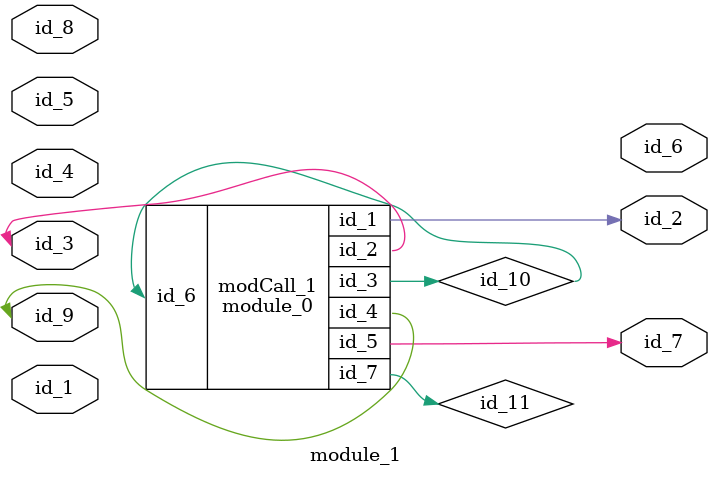
<source format=v>
module module_0 (
    id_1,
    id_2,
    id_3,
    id_4,
    id_5,
    id_6,
    id_7
);
  inout wire id_7;
  input wire id_6;
  output wire id_5;
  output wire id_4;
  output wire id_3;
  inout wire id_2;
  output wire id_1;
  assign id_5 = 1;
endmodule
module module_1 (
    id_1,
    id_2,
    id_3,
    id_4,
    id_5,
    id_6,
    id_7,
    id_8,
    id_9
);
  inout wire id_9;
  input wire id_8;
  output wire id_7;
  output wire id_6;
  inout wire id_5;
  inout wire id_4;
  inout wire id_3;
  output wire id_2;
  inout wire id_1;
  wire id_10;
  wire id_11;
  module_0 modCall_1 (
      id_2,
      id_3,
      id_10,
      id_9,
      id_7,
      id_10,
      id_11
  );
  integer id_12;
endmodule

</source>
